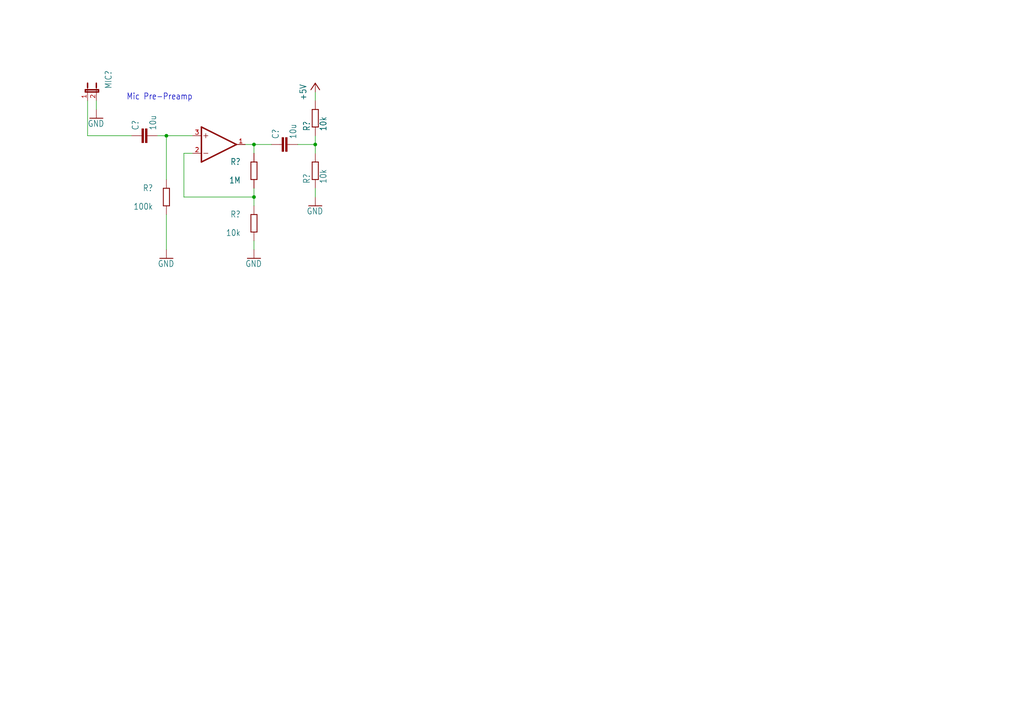
<source format=kicad_sch>
(kicad_sch (version 20211123) (generator eeschema)
  (paper "A4")
  (lib_symbols
    (symbol "Steuerungsmodul-eagle-import:+5V" (power)
      (property "Value" "+5V" (at -2.54 -5.08 90))
      (symbol "+5V_1_0"
        (polyline (pts (xy 0 0) (xy -1.27 -1.905)) (stroke (width 0.254)))
        (polyline (pts (xy 1.27 -1.905) (xy 0 0)) (stroke (width 0.254)))
        (pin power_in line (at 0 -2.54 90) (length 2.54) (name "+5V") (number "1"))
      )
    )
    (symbol "Steuerungsmodul-eagle-import:C-EUC0805"
      (property "Reference" "C" (at 1.524 0.381 0))
      (property "Value" "C-EUC0805" (at 1.524 -4.699 0))
      (symbol "C-EUC0805_1_0"
        (rectangle (start -2.032 -2.032) (end 2.032 -1.524) (fill (type outline)))
        (rectangle (start -2.032 -1.016) (end 2.032 -0.508) (fill (type outline)))
        (polyline (pts (xy 0 -2.54) (xy 0 -2.032)) (stroke (width 0.1524)))
        (polyline (pts (xy 0 0) (xy 0 -0.508)) (stroke (width 0.1524)))
        (pin passive line (at 0 2.54 270) (length 2.54) (name "1") (number "1"))
        (pin passive line (at 0 -5.08 90) (length 2.54) (name "2") (number "2"))
      )
    )
    (symbol "Steuerungsmodul-eagle-import:GND" (power)
      (property "Value" "GND" (at -2.54 -2.54 0))
      (symbol "GND_1_0"
        (polyline (pts (xy -1.905 0) (xy 1.905 0)) (stroke (width 0.254)))
        (pin power_in line (at 0 2.54 270) (length 2.54) (name "GND") (number "1"))
      )
    )
    (symbol "Steuerungsmodul-eagle-import:JMP2"
      (property "Reference" "X" (at -1.27 0 90))
      (property "Value" "JMP2" (at 5.715 0 90))
      (symbol "JMP2_1_0"
        (polyline (pts (xy -0.635 0) (xy 3.175 0)) (stroke (width 0.4064)))
        (polyline (pts (xy -0.635 0.635) (xy -0.635 0)) (stroke (width 0.4064)))
        (polyline (pts (xy 0 0) (xy 0 1.27)) (stroke (width 0.1524)))
        (polyline (pts (xy 0 2.54) (xy 0 1.27)) (stroke (width 0.4064)))
        (polyline (pts (xy 2.54 0) (xy 2.54 1.27)) (stroke (width 0.1524)))
        (polyline (pts (xy 2.54 2.54) (xy 2.54 1.27)) (stroke (width 0.4064)))
        (polyline (pts (xy 3.175 0) (xy 3.175 0.635)) (stroke (width 0.4064)))
        (polyline (pts (xy 3.175 0.635) (xy -0.635 0.635)) (stroke (width 0.4064)))
        (pin passive line (at 0 -2.54 90) (length 2.54) (name "1") (number "1"))
        (pin passive line (at 2.54 -2.54 90) (length 2.54) (name "2") (number "2"))
      )
    )
    (symbol "Steuerungsmodul-eagle-import:R-EU_M0805"
      (property "Reference" "R" (at -3.81 1.4986 0))
      (property "Value" "R-EU_M0805" (at -3.81 -3.302 0))
      (symbol "R-EU_M0805_1_0"
        (polyline (pts (xy -2.54 -0.889) (xy -2.54 0.889)) (stroke (width 0.254)))
        (polyline (pts (xy -2.54 -0.889) (xy 2.54 -0.889)) (stroke (width 0.254)))
        (polyline (pts (xy 2.54 -0.889) (xy 2.54 0.889)) (stroke (width 0.254)))
        (polyline (pts (xy 2.54 0.889) (xy -2.54 0.889)) (stroke (width 0.254)))
        (pin passive line (at -5.08 0 0) (length 2.54) (name "1") (number "1"))
        (pin passive line (at 5.08 0 180) (length 2.54) (name "2") (number "2"))
      )
    )
    (symbol "Steuerungsmodul-eagle-import:TL072D"
      (symbol "TL072D_1_0"
        (polyline (pts (xy -5.08 -5.08) (xy 5.08 0)) (stroke (width 0.4064)))
        (polyline (pts (xy -5.08 5.08) (xy -5.08 -5.08)) (stroke (width 0.4064)))
        (polyline (pts (xy -4.445 -2.54) (xy -3.175 -2.54)) (stroke (width 0.1524)))
        (polyline (pts (xy -4.445 2.54) (xy -3.175 2.54)) (stroke (width 0.1524)))
        (polyline (pts (xy -3.81 3.175) (xy -3.81 1.905)) (stroke (width 0.1524)))
        (polyline (pts (xy 5.08 0) (xy -5.08 5.08)) (stroke (width 0.4064)))
        (pin output line (at 7.62 0 180) (length 2.54) (name "OUT") (number "1"))
        (pin input line (at -7.62 -2.54 0) (length 2.54) (name "-IN") (number "2"))
        (pin input line (at -7.62 2.54 0) (length 2.54) (name "+IN") (number "3"))
      )
      (symbol "TL072D_2_0"
        (polyline (pts (xy -5.08 -5.08) (xy 5.08 0)) (stroke (width 0.4064)))
        (polyline (pts (xy -5.08 5.08) (xy -5.08 -5.08)) (stroke (width 0.4064)))
        (polyline (pts (xy -4.445 -2.54) (xy -3.175 -2.54)) (stroke (width 0.1524)))
        (polyline (pts (xy -4.445 2.54) (xy -3.175 2.54)) (stroke (width 0.1524)))
        (polyline (pts (xy -3.81 3.175) (xy -3.81 1.905)) (stroke (width 0.1524)))
        (polyline (pts (xy 5.08 0) (xy -5.08 5.08)) (stroke (width 0.4064)))
        (pin input line (at -7.62 2.54 0) (length 2.54) (name "+IN") (number "5"))
        (pin input line (at -7.62 -2.54 0) (length 2.54) (name "-IN") (number "6"))
        (pin output line (at 7.62 0 180) (length 2.54) (name "OUT") (number "7"))
      )
      (symbol "TL072D_3_0"
        (text "V+" (at 1.27 3.175 900) (effects (font (size 0.8128 0.6908)) (justify left bottom)))
        (text "V-" (at 1.27 -4.445 900) (effects (font (size 0.8128 0.6908)) (justify left bottom)))
        (pin power_in line (at 0 -7.62 90) (length 5.08) (name "V-") (number "4"))
        (pin power_in line (at 0 7.62 270) (length 5.08) (name "V+") (number "8"))
      )
    )
  )
  (junction (at 73.66 57.15))
  (junction (at 73.66 41.91))
  (junction (at 91.44 41.91))
  (junction (at 48.26 39.37))
  (wire (pts (xy 73.66 69.85) (xy 73.66 72.39)))
  (wire (pts (xy 91.44 44.45) (xy 91.44 41.91)))
  (wire (pts (xy 71.12 41.91) (xy 73.66 41.91)))
  (wire (pts (xy 86.36 41.91) (xy 91.44 41.91)))
  (wire (pts (xy 78.74 41.91) (xy 73.66 41.91)))
  (wire (pts (xy 91.44 26.67) (xy 91.44 29.21)))
  (wire (pts (xy 73.66 57.15) (xy 73.66 54.61)))
  (wire (pts (xy 38.1 39.37) (xy 25.4 39.37)))
  (wire (pts (xy 91.44 57.15) (xy 91.44 54.61)))
  (wire (pts (xy 48.26 39.37) (xy 55.88 39.37)))
  (wire (pts (xy 48.26 62.23) (xy 48.26 72.39)))
  (wire (pts (xy 53.34 57.15) (xy 73.66 57.15)))
  (wire (pts (xy 53.34 44.45) (xy 53.34 57.15)))
  (wire (pts (xy 25.4 39.37) (xy 25.4 29.21)))
  (wire (pts (xy 91.44 41.91) (xy 91.44 39.37)))
  (wire (pts (xy 55.88 44.45) (xy 53.34 44.45)))
  (wire (pts (xy 73.66 59.69) (xy 73.66 57.15)))
  (wire (pts (xy 45.72 39.37) (xy 48.26 39.37)))
  (wire (pts (xy 48.26 52.07) (xy 48.26 39.37)))
  (wire (pts (xy 27.94 29.21) (xy 27.94 31.75)))
  (wire (pts (xy 73.66 44.45) (xy 73.66 41.91)))
  (text "Mic Pre-Preamp" (at 55.88 29.21 180) (effects (font (size 1.778 1.5113)) (justify right bottom)))
  (symbol (lib_id "Steuerungsmodul-eagle-import:GND") (at 48.26 74.93 0) (unit 1)
    (property "Reference" "#GND?" (effects hide))
    (property "Value" "GND" (at 45.72 77.47 0) (effects (font (size 1.778 1.5113)) (justify left bottom)))
    (property "Footprint" "Steuerungsmodul:" (effects hide))
  )
  (symbol (lib_id "Steuerungsmodul-eagle-import:GND") (at 73.66 74.93 0) (unit 1)
    (property "Reference" "#GND?" (effects hide))
    (property "Value" "GND" (at 71.12 77.47 0) (effects (font (size 1.778 1.5113)) (justify left bottom)))
    (property "Footprint" "Steuerungsmodul:" (effects hide))
  )
  (symbol (lib_id "Steuerungsmodul-eagle-import:R-EU_M0805") (at 73.66 64.77 90) (unit 1)
    (property "Reference" "R?" (at 69.85 61.1886 90) (effects (font (size 1.778 1.5113)) (justify left bottom)))
    (property "Value" "10k" (at 69.85 66.548 90) (effects (font (size 1.778 1.5113)) (justify left bottom)))
    (property "Footprint" "Steuerungsmodul:M0805" (effects hide))
  )
  (symbol (lib_id "Steuerungsmodul-eagle-import:R-EU_M0805") (at 48.26 57.15 90) (unit 1)
    (property "Reference" "R?" (at 44.45 53.5686 90) (effects (font (size 1.778 1.5113)) (justify left bottom)))
    (property "Value" "100k" (at 44.45 58.928 90) (effects (font (size 1.778 1.5113)) (justify left bottom)))
    (property "Footprint" "Steuerungsmodul:M0805" (effects hide))
  )
  (symbol (lib_id "Steuerungsmodul-eagle-import:JMP2") (at 25.4 26.67 0) (unit 1)
    (property "Reference" "MIC?" (at 30.48 20.32 90) (effects (font (size 1.778 1.5113)) (justify right top)))
    (property "Value" "JMP2" (effects hide))
    (property "Footprint" "Steuerungsmodul:JMP2" (effects hide))
  )
  (symbol (lib_id "Steuerungsmodul-eagle-import:GND") (at 91.44 59.69 0) (unit 1)
    (property "Reference" "#GND?" (effects hide))
    (property "Value" "GND" (at 88.9 62.23 0) (effects (font (size 1.778 1.5113)) (justify left bottom)))
    (property "Footprint" "Steuerungsmodul:" (effects hide))
  )
  (symbol (lib_id "Steuerungsmodul-eagle-import:C-EUC0805") (at 40.64 39.37 90) (unit 1)
    (property "Reference" "C?" (at 40.259 37.846 0) (effects (font (size 1.778 1.5113)) (justify left bottom)))
    (property "Value" "10u" (at 45.339 37.846 0) (effects (font (size 1.778 1.5113)) (justify left bottom)))
    (property "Footprint" "Steuerungsmodul:C0805" (effects hide))
  )
  (symbol (lib_id "Steuerungsmodul-eagle-import:R-EU_M0805") (at 91.44 49.53 90) (unit 1)
    (property "Reference" "R?" (at 89.9414 53.34 0) (effects (font (size 1.778 1.5113)) (justify left bottom)))
    (property "Value" "10k" (at 94.742 53.34 0) (effects (font (size 1.778 1.5113)) (justify left bottom)))
    (property "Footprint" "Steuerungsmodul:M0805" (effects hide))
  )
  (symbol (lib_id "Steuerungsmodul-eagle-import:R-EU_M0805") (at 73.66 49.53 90) (unit 1)
    (property "Reference" "R?" (at 69.85 45.9486 90) (effects (font (size 1.778 1.5113)) (justify left bottom)))
    (property "Value" "1M" (at 69.85 51.308 90) (effects (font (size 1.778 1.5113)) (justify left bottom)))
    (property "Footprint" "Steuerungsmodul:M0805" (effects hide))
  )
  (symbol (lib_id "Steuerungsmodul-eagle-import:C-EUC0805") (at 81.28 41.91 90) (unit 1)
    (property "Reference" "C?" (at 80.899 40.386 0) (effects (font (size 1.778 1.5113)) (justify left bottom)))
    (property "Value" "10u" (at 85.979 40.386 0) (effects (font (size 1.778 1.5113)) (justify left bottom)))
    (property "Footprint" "Steuerungsmodul:C0805" (effects hide))
  )
  (symbol (lib_id "Steuerungsmodul-eagle-import:GND") (at 27.94 34.29 0) (unit 1)
    (property "Reference" "#GND?" (effects hide))
    (property "Value" "GND" (at 25.4 36.83 0) (effects (font (size 1.778 1.5113)) (justify left bottom)))
    (property "Footprint" "Steuerungsmodul:" (effects hide))
  )
  (symbol (lib_id "Steuerungsmodul-eagle-import:R-EU_M0805") (at 91.44 34.29 90) (unit 1)
    (property "Reference" "R?" (at 89.9414 38.1 0) (effects (font (size 1.778 1.5113)) (justify left bottom)))
    (property "Value" "10k" (at 94.742 38.1 0) (effects (font (size 1.778 1.5113)) (justify left bottom)))
    (property "Footprint" "Steuerungsmodul:M0805" (effects hide))
  )
  (symbol (lib_id "Steuerungsmodul-eagle-import:+5V") (at 91.44 24.13 0) (unit 1)
    (property "Reference" "#P+?" (effects hide))
    (property "Value" "+5V" (at 88.9 29.21 90) (effects (font (size 1.778 1.5113)) (justify left bottom)))
    (property "Footprint" "Steuerungsmodul:" (effects hide))
  )
  (symbol (lib_id "Steuerungsmodul-eagle-import:TL072D") (at 63.5 41.91 0) (unit 1)
    (property "Reference" "IC?" (effects hide))
    (property "Value" "TL072D" (effects hide))
    (property "Footprint" "Steuerungsmodul:SO08" (effects hide))
  )
)
</source>
